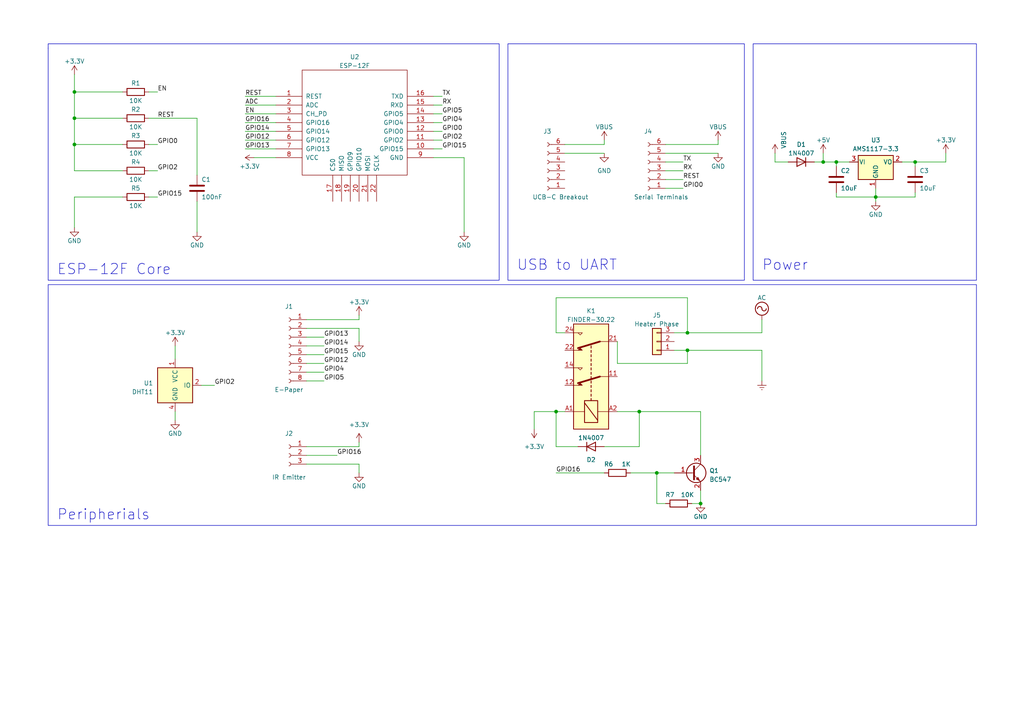
<source format=kicad_sch>
(kicad_sch (version 20220904) (generator eeschema)
  (paper "A4")
  (title_block (title "Temperature Controller") (date "2022-09-05") (rev "v2.0.0") (company "Pablo Ortiz"))
  (lib_symbols
    (symbol "1N4007_1" (pin_numbers hide) (pin_names hide)
      (property "Reference" "D" (at 0 2.54 0))
      (property "Value" "1N4007" (at 0 -2.54 0))
      (symbol "1N4007_1_0_1"
        (polyline (pts (xy -1.27 1.27) (xy -1.27 -1.27)) (stroke (width 0.254)))
        (polyline (pts (xy 1.27 0) (xy -1.27 0)))
        (polyline (pts (xy 1.27 1.27) (xy 1.27 -1.27) (xy -1.27 0) (xy 1.27 1.27)) (stroke (width 0.254)))
      )
      (symbol "1N4007_1_1_1"
        (pin passive line (at -3.81 0 0) (length 2.54) (name "K") (number "1"))
        (pin passive line (at 3.81 0 180) (length 2.54) (name "A") (number "2"))
      )
    )
    (symbol "BJT SMD:BC547" (pin_names (offset 0) hide)
      (property "Reference" "Q" (at 5.08 1.905 0))
      (property "Value" "BC547" (at 5.08 0 0))
      (symbol "BC547_0_1"
        (polyline (pts (xy 0 0) (xy 0.635 0)))
        (polyline (pts (xy 0.635 0.635) (xy 2.54 2.54)))
        (polyline (pts (xy 0.635 -0.635) (xy 2.54 -2.54) (xy 2.54 -2.54)))
        (polyline (pts (xy 0.635 1.905) (xy 0.635 -1.905) (xy 0.635 -1.905)) (stroke (width 0.508)))
        (polyline (pts (xy 1.27 -1.778) (xy 1.778 -1.27) (xy 2.286 -2.286) (xy 1.27 -1.778) (xy 1.27 -1.778)) (fill (type outline)))
        (circle (center 1.27 0) (radius 2.8194) (stroke (width 0.254)))
      )
      (symbol "BC547_1_1"
        (pin input line (at -5.08 0 0) (length 5.08) (name "B") (number "1"))
        (pin passive line (at 2.54 -5.08 90) (length 2.54) (name "E") (number "2"))
        (pin passive line (at 2.54 5.08 270) (length 2.54) (name "C") (number "3"))
      )
    )
    (symbol "Connector:Conn_01x03_Female" (pin_names (offset 1.016) hide)
      (property "Reference" "J" (at 0 5.08 0))
      (property "Value" "Conn_01x03_Female" (at 0 -5.08 0))
      (symbol "Conn_01x03_Female_1_1"
        (arc (start 0 -2.032) (mid -0.508 -2.54) (end 0 -3.048) (stroke (width 0.1524)))
        (polyline (pts (xy -1.27 -2.54) (xy -0.508 -2.54)) (stroke (width 0.1524)))
        (polyline (pts (xy -1.27 0) (xy -0.508 0)) (stroke (width 0.1524)))
        (polyline (pts (xy -1.27 2.54) (xy -0.508 2.54)) (stroke (width 0.1524)))
        (arc (start 0 0.508) (mid -0.508 0) (end 0 -0.508) (stroke (width 0.1524)))
        (arc (start 0 3.048) (mid -0.508 2.54) (end 0 2.032) (stroke (width 0.1524)))
        (pin passive line (at -5.08 2.54 0) (length 3.81) (name "Pin_1") (number "1"))
        (pin passive line (at -5.08 0 0) (length 3.81) (name "Pin_2") (number "2"))
        (pin passive line (at -5.08 -2.54 0) (length 3.81) (name "Pin_3") (number "3"))
      )
    )
    (symbol "Connector:Conn_01x06_Female" (pin_names (offset 1.016) hide)
      (property "Reference" "J" (at 0 7.62 0))
      (property "Value" "Conn_01x06_Female" (at 0 -10.16 0))
      (symbol "Conn_01x06_Female_1_1"
        (arc (start 0 -7.112) (mid -0.508 -7.62) (end 0 -8.128) (stroke (width 0.1524)))
        (arc (start 0 -4.572) (mid -0.508 -5.08) (end 0 -5.588) (stroke (width 0.1524)))
        (arc (start 0 -2.032) (mid -0.508 -2.54) (end 0 -3.048) (stroke (width 0.1524)))
        (polyline (pts (xy -1.27 -7.62) (xy -0.508 -7.62)) (stroke (width 0.1524)))
        (polyline (pts (xy -1.27 -5.08) (xy -0.508 -5.08)) (stroke (width 0.1524)))
        (polyline (pts (xy -1.27 -2.54) (xy -0.508 -2.54)) (stroke (width 0.1524)))
        (polyline (pts (xy -1.27 0) (xy -0.508 0)) (stroke (width 0.1524)))
        (polyline (pts (xy -1.27 2.54) (xy -0.508 2.54)) (stroke (width 0.1524)))
        (polyline (pts (xy -1.27 5.08) (xy -0.508 5.08)) (stroke (width 0.1524)))
        (arc (start 0 0.508) (mid -0.508 0) (end 0 -0.508) (stroke (width 0.1524)))
        (arc (start 0 3.048) (mid -0.508 2.54) (end 0 2.032) (stroke (width 0.1524)))
        (arc (start 0 5.588) (mid -0.508 5.08) (end 0 4.572) (stroke (width 0.1524)))
        (pin passive line (at -5.08 5.08 0) (length 3.81) (name "Pin_1") (number "1"))
        (pin passive line (at -5.08 2.54 0) (length 3.81) (name "Pin_2") (number "2"))
        (pin passive line (at -5.08 0 0) (length 3.81) (name "Pin_3") (number "3"))
        (pin passive line (at -5.08 -2.54 0) (length 3.81) (name "Pin_4") (number "4"))
        (pin passive line (at -5.08 -5.08 0) (length 3.81) (name "Pin_5") (number "5"))
        (pin passive line (at -5.08 -7.62 0) (length 3.81) (name "Pin_6") (number "6"))
      )
    )
    (symbol "Connector:Conn_01x08_Female" (pin_names (offset 1.016) hide)
      (property "Reference" "J" (at 0 10.16 0))
      (property "Value" "Conn_01x08_Female" (at 0 -12.7 0))
      (symbol "Conn_01x08_Female_1_1"
        (arc (start 0 -9.652) (mid -0.508 -10.16) (end 0 -10.668) (stroke (width 0.1524)))
        (arc (start 0 -7.112) (mid -0.508 -7.62) (end 0 -8.128) (stroke (width 0.1524)))
        (arc (start 0 -4.572) (mid -0.508 -5.08) (end 0 -5.588) (stroke (width 0.1524)))
        (arc (start 0 -2.032) (mid -0.508 -2.54) (end 0 -3.048) (stroke (width 0.1524)))
        (polyline (pts (xy -1.27 -10.16) (xy -0.508 -10.16)) (stroke (width 0.1524)))
        (polyline (pts (xy -1.27 -7.62) (xy -0.508 -7.62)) (stroke (width 0.1524)))
        (polyline (pts (xy -1.27 -5.08) (xy -0.508 -5.08)) (stroke (width 0.1524)))
        (polyline (pts (xy -1.27 -2.54) (xy -0.508 -2.54)) (stroke (width 0.1524)))
        (polyline (pts (xy -1.27 0) (xy -0.508 0)) (stroke (width 0.1524)))
        (polyline (pts (xy -1.27 2.54) (xy -0.508 2.54)) (stroke (width 0.1524)))
        (polyline (pts (xy -1.27 5.08) (xy -0.508 5.08)) (stroke (width 0.1524)))
        (polyline (pts (xy -1.27 7.62) (xy -0.508 7.62)) (stroke (width 0.1524)))
        (arc (start 0 0.508) (mid -0.508 0) (end 0 -0.508) (stroke (width 0.1524)))
        (arc (start 0 3.048) (mid -0.508 2.54) (end 0 2.032) (stroke (width 0.1524)))
        (arc (start 0 5.588) (mid -0.508 5.08) (end 0 4.572) (stroke (width 0.1524)))
        (arc (start 0 8.128) (mid -0.508 7.62) (end 0 7.112) (stroke (width 0.1524)))
        (pin passive line (at -5.08 7.62 0) (length 3.81) (name "Pin_1") (number "1"))
        (pin passive line (at -5.08 5.08 0) (length 3.81) (name "Pin_2") (number "2"))
        (pin passive line (at -5.08 2.54 0) (length 3.81) (name "Pin_3") (number "3"))
        (pin passive line (at -5.08 0 0) (length 3.81) (name "Pin_4") (number "4"))
        (pin passive line (at -5.08 -2.54 0) (length 3.81) (name "Pin_5") (number "5"))
        (pin passive line (at -5.08 -5.08 0) (length 3.81) (name "Pin_6") (number "6"))
        (pin passive line (at -5.08 -7.62 0) (length 3.81) (name "Pin_7") (number "7"))
        (pin passive line (at -5.08 -10.16 0) (length 3.81) (name "Pin_8") (number "8"))
      )
    )
    (symbol "Connector_Generic:Conn_01x03" (pin_names (offset 1.016) hide)
      (property "Reference" "J" (at 0 5.08 0))
      (property "Value" "Conn_01x03" (at 0 -5.08 0))
      (symbol "Conn_01x03_1_1"
        (rectangle (start -1.27 -2.413) (end 0 -2.667) (stroke (width 0.1524)))
        (rectangle (start -1.27 0.127) (end 0 -0.127) (stroke (width 0.1524)))
        (rectangle (start -1.27 2.667) (end 0 2.413) (stroke (width 0.1524)))
        (rectangle (start -1.27 3.81) (end 1.27 -3.81) (stroke (width 0.254)) (fill (type background)))
        (pin passive line (at -5.08 2.54 0) (length 3.81) (name "Pin_1") (number "1"))
        (pin passive line (at -5.08 0 0) (length 3.81) (name "Pin_2") (number "2"))
        (pin passive line (at -5.08 -2.54 0) (length 3.81) (name "Pin_3") (number "3"))
      )
    )
    (symbol "Device:C" (pin_numbers hide) (pin_names (offset 0.254))
      (property "Reference" "C" (at 0.635 2.54 0))
      (property "Value" "C" (at 0.635 -2.54 0))
      (symbol "C_0_1"
        (polyline (pts (xy -2.032 -0.762) (xy 2.032 -0.762)) (stroke (width 0.508)))
        (polyline (pts (xy -2.032 0.762) (xy 2.032 0.762)) (stroke (width 0.508)))
      )
      (symbol "C_1_1"
        (pin passive line (at 0 3.81 270) (length 2.794) (name "~") (number "1"))
        (pin passive line (at 0 -3.81 90) (length 2.794) (name "~") (number "2"))
      )
    )
    (symbol "Device:R" (pin_numbers hide) (pin_names (offset 0))
      (property "Reference" "R" (at 2.032 0 90))
      (property "Value" "R" (at 0 0 90))
      (symbol "R_0_1"
        (rectangle (start -1.016 -2.54) (end 1.016 2.54) (stroke (width 0.254)))
      )
      (symbol "R_1_1"
        (pin passive line (at 0 3.81 270) (length 1.27) (name "~") (number "1"))
        (pin passive line (at 0 -3.81 90) (length 1.27) (name "~") (number "2"))
      )
    )
    (symbol "Diode:1N4007" (pin_numbers hide) (pin_names (offset 1.016) hide)
      (property "Reference" "D" (at 0 2.54 0))
      (property "Value" "1N4007" (at 0 -2.54 0))
      (symbol "1N4007_0_1"
        (polyline (pts (xy -1.27 1.27) (xy -1.27 -1.27)) (stroke (width 0.254)))
        (polyline (pts (xy 1.27 0) (xy -1.27 0)))
        (polyline (pts (xy 1.27 1.27) (xy 1.27 -1.27) (xy -1.27 0) (xy 1.27 1.27)) (stroke (width 0.254)))
      )
      (symbol "1N4007_1_1"
        (pin passive line (at -3.81 0 0) (length 2.54) (name "K") (number "1"))
        (pin passive line (at 3.81 0 180) (length 2.54) (name "A") (number "2"))
      )
    )
    (symbol "ESP8266:ESP-12F" (pin_names (offset 1.016))
      (property "Reference" "U" (at 0 -2.54 0))
      (property "Value" "ESP-12F" (at 0 2.54 0))
      (symbol "ESP-12F_1_0"
        (rectangle (start -15.24 -15.24) (end 15.24 15.24))
      )
      (symbol "ESP-12F_1_1"
        (pin input line (at -22.86 7.62 0) (length 7.62) (name "REST") (number "1"))
        (pin bidirectional line (at 22.86 -7.62 180) (length 7.62) (name "GPIO15") (number "10"))
        (pin bidirectional line (at 22.86 -5.08 180) (length 7.62) (name "GPIO2") (number "11"))
        (pin bidirectional line (at 22.86 -2.54 180) (length 7.62) (name "GPIO0") (number "12"))
        (pin bidirectional line (at 22.86 0 180) (length 7.62) (name "GPIO4") (number "13"))
        (pin bidirectional line (at 22.86 2.54 180) (length 7.62) (name "GPIO5") (number "14"))
        (pin input line (at 22.86 5.08 180) (length 7.62) (name "RXD") (number "15"))
        (pin output line (at 22.86 7.62 180) (length 7.62) (name "TXD") (number "16"))
        (pin bidirectional line (at -6.35 -22.86 90) (length 7.62) (name "CS0") (number "17"))
        (pin bidirectional line (at -3.81 -22.86 90) (length 7.62) (name "MISO") (number "18"))
        (pin bidirectional line (at -1.27 -22.86 90) (length 7.62) (name "GPIO9") (number "19"))
        (pin passive line (at -22.86 5.08 0) (length 7.62) (name "ADC") (number "2"))
        (pin bidirectional line (at 1.27 -22.86 90) (length 7.62) (name "GPIO10") (number "20"))
        (pin bidirectional line (at 3.81 -22.86 90) (length 7.62) (name "MOSI") (number "21"))
        (pin bidirectional line (at 6.35 -22.86 90) (length 7.62) (name "SCLK") (number "22"))
        (pin input line (at -22.86 2.54 0) (length 7.62) (name "CH_PD") (number "3"))
        (pin bidirectional line (at -22.86 0 0) (length 7.62) (name "GPIO16") (number "4"))
        (pin bidirectional line (at -22.86 -2.54 0) (length 7.62) (name "GPIO14") (number "5"))
        (pin bidirectional line (at -22.86 -5.08 0) (length 7.62) (name "GPIO12") (number "6"))
        (pin bidirectional line (at -22.86 -7.62 0) (length 7.62) (name "GPIO13") (number "7"))
        (pin power_in line (at -22.86 -10.16 0) (length 7.62) (name "VCC") (number "8"))
        (pin power_in line (at 22.86 -10.16 180) (length 7.62) (name "GND") (number "9"))
      )
    )
    (symbol "Regulator_Linear:AMS1117-3.3" (pin_names (offset 0.254))
      (property "Reference" "U" (at -3.81 3.175 0))
      (property "Value" "AMS1117-3.3" (at 0 3.175 0))
      (symbol "AMS1117-3.3_0_1"
        (rectangle (start -5.08 -5.08) (end 5.08 1.905) (stroke (width 0.254)) (fill (type background)))
      )
      (symbol "AMS1117-3.3_1_1"
        (pin power_in line (at 0 -7.62 90) (length 2.54) (name "GND") (number "1"))
        (pin power_out line (at 7.62 0 180) (length 2.54) (name "VO") (number "2"))
        (pin power_in line (at -7.62 0 0) (length 2.54) (name "VI") (number "3"))
      )
    )
    (symbol "Relay:FINDER-30.22"
      (property "Reference" "K" (at 16.51 3.81 0))
      (property "Value" "FINDER-30.22" (at 16.51 1.27 0))
      (symbol "FINDER-30.22_0_0"
        (polyline (pts (xy -2.54 5.08) (xy -2.54 2.54) (xy -1.905 3.175) (xy -2.54 3.81)) (fill (type outline)))
        (polyline (pts (xy 2.54 5.08) (xy 2.54 2.54) (xy 1.905 3.175) (xy 2.54 3.81)))
        (polyline (pts (xy 7.62 5.08) (xy 7.62 2.54) (xy 8.255 3.175) (xy 7.62 3.81)) (fill (type outline)))
        (polyline (pts (xy 12.7 5.08) (xy 12.7 2.54) (xy 12.065 3.175) (xy 12.7 3.81)))
      )
      (symbol "FINDER-30.22_0_1"
        (rectangle (start -15.24 5.08) (end 15.24 -5.08) (stroke (width 0.254)) (fill (type background)))
        (rectangle (start -13.335 1.905) (end -6.985 -1.905) (stroke (width 0.254)))
        (polyline (pts (xy -12.7 -1.905) (xy -7.62 1.905)) (stroke (width 0.254)))
        (polyline (pts (xy -10.16 -5.08) (xy -10.16 -1.905)))
        (polyline (pts (xy -10.16 5.08) (xy -10.16 1.905)))
        (polyline (pts (xy -6.985 0) (xy -6.35 0)) (stroke (width 0.254)))
        (polyline (pts (xy -5.715 0) (xy -5.08 0)) (stroke (width 0.254)))
        (polyline (pts (xy -4.445 0) (xy -3.81 0)) (stroke (width 0.254)))
        (polyline (pts (xy -3.175 0) (xy -2.54 0)) (stroke (width 0.254)))
        (polyline (pts (xy -1.905 0) (xy -1.27 0)) (stroke (width 0.254)))
        (polyline (pts (xy -0.635 0) (xy 0 0)) (stroke (width 0.254)))
        (polyline (pts (xy 0 -2.54) (xy -1.905 3.81)) (stroke (width 0.508)))
        (polyline (pts (xy 0 -2.54) (xy 0 -5.08)))
        (polyline (pts (xy 0.635 0) (xy 1.27 0)) (stroke (width 0.254)))
        (polyline (pts (xy 1.905 0) (xy 2.54 0)) (stroke (width 0.254)))
        (polyline (pts (xy 3.175 0) (xy 3.81 0)) (stroke (width 0.254)))
        (polyline (pts (xy 4.445 0) (xy 5.08 0)) (stroke (width 0.254)))
        (polyline (pts (xy 5.715 0) (xy 6.35 0)) (stroke (width 0.254)))
        (polyline (pts (xy 6.985 0) (xy 7.62 0)) (stroke (width 0.254)))
        (polyline (pts (xy 8.255 0) (xy 8.89 0)) (stroke (width 0.254)))
        (polyline (pts (xy 10.16 -2.54) (xy 8.255 3.81)) (stroke (width 0.508)))
        (polyline (pts (xy 10.16 -2.54) (xy 10.16 -5.08)))
      )
      (symbol "FINDER-30.22_1_1"
        (pin passive line (at 0 -7.62 90) (length 2.54) (name "~") (number "11"))
        (pin passive line (at -2.54 7.62 270) (length 2.54) (name "~") (number "12"))
        (pin passive line (at 2.54 7.62 270) (length 2.54) (name "~") (number "14"))
        (pin passive line (at 10.16 -7.62 90) (length 2.54) (name "~") (number "21"))
        (pin passive line (at 7.62 7.62 270) (length 2.54) (name "~") (number "22"))
        (pin passive line (at 12.7 7.62 270) (length 2.54) (name "~") (number "24"))
        (pin passive line (at -10.16 7.62 270) (length 2.54) (name "~") (number "A1"))
        (pin passive line (at -10.16 -7.62 90) (length 2.54) (name "~") (number "A2"))
      )
    )
    (symbol "Sensor:DHT11"
      (property "Reference" "U" (at -3.81 6.35 0))
      (property "Value" "DHT11" (at 3.81 6.35 0))
      (symbol "DHT11_0_1"
        (rectangle (start -5.08 5.08) (end 5.08 -5.08) (stroke (width 0.254)) (fill (type background)))
      )
      (symbol "DHT11_1_1"
        (pin power_in line (at 0 7.62 270) (length 2.54) (name "VCC") (number "1"))
        (pin bidirectional line (at 7.62 0 180) (length 2.54) (name "IO") (number "2"))
        (pin no_connect line (at -5.08 0 0) (length 2.54) hide (name "NC") (number "3"))
        (pin power_in line (at 0 -7.62 90) (length 2.54) (name "GND") (number "4"))
      )
    )
    (symbol "power:+3.3V" (power) (pin_names (offset 0))
      (property "Value" "+3.3V" (at 0 3.556 0))
      (symbol "+3.3V_0_1"
        (polyline (pts (xy -0.762 1.27) (xy 0 2.54)))
        (polyline (pts (xy 0 0) (xy 0 2.54)))
        (polyline (pts (xy 0 2.54) (xy 0.762 1.27)))
      )
      (symbol "+3.3V_1_1"
        (pin power_in line (at 0 0 90) (length 0) hide (name "+3.3V") (number "1"))
      )
    )
    (symbol "power:+5V" (power) (pin_names (offset 0))
      (property "Value" "+5V" (at 0 3.556 0))
      (symbol "+5V_0_1"
        (polyline (pts (xy -0.762 1.27) (xy 0 2.54)))
        (polyline (pts (xy 0 0) (xy 0 2.54)))
        (polyline (pts (xy 0 2.54) (xy 0.762 1.27)))
      )
      (symbol "+5V_1_1"
        (pin power_in line (at 0 0 90) (length 0) hide (name "+5V") (number "1"))
      )
    )
    (symbol "power:AC" (power) (pin_names (offset 0))
      (property "Value" "AC" (at 0 6.35 0))
      (symbol "AC_0_1"
        (polyline (pts (xy 0 0) (xy 0 1.27)))
        (arc (start 0 3.175) (mid -0.635 3.81) (end -1.27 3.175) (stroke (width 0.254)))
        (arc (start 0 3.175) (mid 0.635 2.54) (end 1.27 3.175) (stroke (width 0.254)))
        (circle (center 0 3.175) (radius 1.905) (stroke (width 0.254)))
      )
      (symbol "AC_1_1"
        (pin power_in line (at 0 0 90) (length 0) hide (name "AC") (number "1"))
      )
    )
    (symbol "power:Earth" (power) (pin_names (offset 0))
      (symbol "Earth_0_1"
        (polyline (pts (xy -0.635 -1.905) (xy 0.635 -1.905)))
        (polyline (pts (xy -0.127 -2.54) (xy 0.127 -2.54)))
        (polyline (pts (xy 0 -1.27) (xy 0 0)))
        (polyline (pts (xy 1.27 -1.27) (xy -1.27 -1.27)))
      )
      (symbol "Earth_1_1"
        (pin power_in line (at 0 0 270) (length 0) hide (name "Earth") (number "1"))
      )
    )
    (symbol "power:GND" (power) (pin_names (offset 0))
      (property "Value" "GND" (at 0 -3.81 0))
      (symbol "GND_0_1"
        (polyline (pts (xy 0 0) (xy 0 -1.27) (xy 1.27 -1.27) (xy 0 -2.54) (xy -1.27 -1.27) (xy 0 -1.27)))
      )
      (symbol "GND_1_1"
        (pin power_in line (at 0 0 270) (length 0) hide (name "GND") (number "1"))
      )
    )
    (symbol "power:VBUS" (power) (pin_names (offset 0))
      (property "Value" "VBUS" (at 0 3.81 0))
      (symbol "VBUS_0_1"
        (polyline (pts (xy -0.762 1.27) (xy 0 2.54)))
        (polyline (pts (xy 0 0) (xy 0 2.54)))
        (polyline (pts (xy 0 2.54) (xy 0.762 1.27)))
      )
      (symbol "VBUS_1_1"
        (pin power_in line (at 0 0 90) (length 0) hide (name "VBUS") (number "1"))
      )
    )
  )
  (junction (at 242.57 46.99))
  (junction (at 21.59 26.67))
  (junction (at 199.39 101.6))
  (junction (at 190.5 137.16))
  (junction (at 238.76 46.99))
  (junction (at 185.42 119.38))
  (junction (at 265.43 46.99))
  (junction (at 21.59 41.91))
  (junction (at 254 57.15))
  (junction (at 203.2 146.05))
  (junction (at 21.59 34.29))
  (junction (at 199.39 96.52))
  (junction (at 161.29 119.38))
  (wire (pts (xy 45.72 26.67) (xy 43.18 26.67)))
  (wire (pts (xy 220.98 96.52) (xy 199.39 96.52)))
  (wire (pts (xy 242.57 46.99) (xy 238.76 46.99)))
  (wire (pts (xy 265.43 57.15) (xy 265.43 55.88)))
  (wire (pts (xy 193.04 46.99) (xy 198.12 46.99)))
  (wire (pts (xy 274.32 46.99) (xy 274.32 44.45)))
  (wire (pts (xy 35.56 41.91) (xy 21.59 41.91)))
  (wire (pts (xy 179.07 99.06) (xy 179.07 105.41)))
  (wire (pts (xy 71.12 38.1) (xy 80.01 38.1)))
  (wire (pts (xy 21.59 21.59) (xy 21.59 26.67)))
  (wire (pts (xy 71.12 27.94) (xy 80.01 27.94)))
  (wire (pts (xy 254 57.15) (xy 254 58.42)))
  (wire (pts (xy 199.39 105.41) (xy 199.39 101.6)))
  (wire (pts (xy 88.9 129.54) (xy 104.14 129.54)))
  (wire (pts (xy 182.88 137.16) (xy 190.5 137.16)))
  (wire (pts (xy 193.04 52.07) (xy 198.12 52.07)))
  (wire (pts (xy 134.62 67.31) (xy 134.62 45.72)))
  (wire (pts (xy 163.83 44.45) (xy 175.26 44.45)))
  (wire (pts (xy 128.27 27.94) (xy 125.73 27.94)))
  (wire (pts (xy 193.04 54.61) (xy 198.12 54.61)))
  (wire (pts (xy 161.29 119.38) (xy 161.29 129.54)))
  (wire (pts (xy 265.43 46.99) (xy 261.62 46.99)))
  (wire (pts (xy 190.5 137.16) (xy 195.58 137.16)))
  (wire (pts (xy 242.57 57.15) (xy 254 57.15)))
  (wire (pts (xy 104.14 91.44) (xy 104.14 92.71)))
  (wire (pts (xy 35.56 57.15) (xy 21.59 57.15)))
  (wire (pts (xy 190.5 137.16) (xy 190.5 146.05)))
  (wire (pts (xy 224.79 44.45) (xy 224.79 46.99)))
  (wire (pts (xy 45.72 49.53) (xy 43.18 49.53)))
  (wire (pts (xy 200.66 146.05) (xy 203.2 146.05)))
  (wire (pts (xy 161.29 137.16) (xy 175.26 137.16)))
  (wire (pts (xy 208.28 41.91) (xy 208.28 40.64)))
  (wire (pts (xy 104.14 95.25) (xy 88.9 95.25)))
  (wire (pts (xy 88.9 100.33) (xy 93.98 100.33)))
  (wire (pts (xy 193.04 41.91) (xy 208.28 41.91)))
  (wire (pts (xy 45.72 41.91) (xy 43.18 41.91)))
  (wire (pts (xy 88.9 132.08) (xy 97.79 132.08)))
  (wire (pts (xy 57.15 58.42) (xy 57.15 67.31)))
  (wire (pts (xy 193.04 44.45) (xy 208.28 44.45)))
  (wire (pts (xy 242.57 55.88) (xy 242.57 57.15)))
  (wire (pts (xy 185.42 119.38) (xy 203.2 119.38)))
  (wire (pts (xy 88.9 110.49) (xy 93.98 110.49)))
  (wire (pts (xy 195.58 101.6) (xy 199.39 101.6)))
  (wire (pts (xy 35.56 34.29) (xy 21.59 34.29)))
  (wire (pts (xy 254 57.15) (xy 265.43 57.15)))
  (wire (pts (xy 35.56 49.53) (xy 21.59 49.53)))
  (wire (pts (xy 199.39 86.36) (xy 161.29 86.36)))
  (wire (pts (xy 128.27 33.02) (xy 125.73 33.02)))
  (wire (pts (xy 88.9 107.95) (xy 93.98 107.95)))
  (wire (pts (xy 128.27 35.56) (xy 125.73 35.56)))
  (wire (pts (xy 236.22 46.99) (xy 238.76 46.99)))
  (wire (pts (xy 125.73 45.72) (xy 134.62 45.72)))
  (wire (pts (xy 104.14 137.16) (xy 104.14 134.62)))
  (wire (pts (xy 199.39 101.6) (xy 220.98 101.6)))
  (wire (pts (xy 220.98 101.6) (xy 220.98 110.49)))
  (wire (pts (xy 254 54.61) (xy 254 57.15)))
  (wire (pts (xy 265.43 46.99) (xy 265.43 48.26)))
  (wire (pts (xy 128.27 30.48) (xy 125.73 30.48)))
  (wire (pts (xy 88.9 105.41) (xy 93.98 105.41)))
  (wire (pts (xy 246.38 46.99) (xy 242.57 46.99)))
  (wire (pts (xy 21.59 34.29) (xy 21.59 41.91)))
  (wire (pts (xy 265.43 46.99) (xy 274.32 46.99)))
  (wire (pts (xy 104.14 95.25) (xy 104.14 99.06)))
  (wire (pts (xy 71.12 33.02) (xy 80.01 33.02)))
  (wire (pts (xy 88.9 97.79) (xy 93.98 97.79)))
  (wire (pts (xy 21.59 26.67) (xy 21.59 34.29)))
  (wire (pts (xy 161.29 86.36) (xy 161.29 96.52)))
  (wire (pts (xy 88.9 134.62) (xy 104.14 134.62)))
  (wire (pts (xy 104.14 129.54) (xy 104.14 128.27)))
  (wire (pts (xy 220.98 96.52) (xy 220.98 92.71)))
  (wire (pts (xy 43.18 34.29) (xy 57.15 34.29)))
  (wire (pts (xy 179.07 119.38) (xy 185.42 119.38)))
  (wire (pts (xy 190.5 146.05) (xy 193.04 146.05)))
  (wire (pts (xy 50.8 119.38) (xy 50.8 121.92)))
  (wire (pts (xy 21.59 41.91) (xy 21.59 49.53)))
  (wire (pts (xy 71.12 40.64) (xy 80.01 40.64)))
  (wire (pts (xy 224.79 46.99) (xy 228.6 46.99)))
  (wire (pts (xy 185.42 129.54) (xy 185.42 119.38)))
  (wire (pts (xy 125.73 38.1) (xy 128.27 38.1)))
  (wire (pts (xy 203.2 119.38) (xy 203.2 132.08)))
  (wire (pts (xy 154.94 119.38) (xy 161.29 119.38)))
  (wire (pts (xy 161.29 96.52) (xy 163.83 96.52)))
  (wire (pts (xy 35.56 26.67) (xy 21.59 26.67)))
  (wire (pts (xy 242.57 46.99) (xy 242.57 48.26)))
  (wire (pts (xy 161.29 129.54) (xy 167.64 129.54)))
  (wire (pts (xy 88.9 102.87) (xy 93.98 102.87)))
  (wire (pts (xy 71.12 30.48) (xy 80.01 30.48)))
  (wire (pts (xy 199.39 96.52) (xy 199.39 86.36)))
  (wire (pts (xy 125.73 43.18) (xy 128.27 43.18)))
  (wire (pts (xy 128.27 40.64) (xy 125.73 40.64)))
  (wire (pts (xy 45.72 57.15) (xy 43.18 57.15)))
  (wire (pts (xy 50.8 100.33) (xy 50.8 104.14)))
  (wire (pts (xy 203.2 142.24) (xy 203.2 146.05)))
  (wire (pts (xy 238.76 46.99) (xy 238.76 44.45)))
  (wire (pts (xy 179.07 105.41) (xy 199.39 105.41)))
  (wire (pts (xy 199.39 96.52) (xy 195.58 96.52)))
  (wire (pts (xy 57.15 50.8) (xy 57.15 34.29)))
  (wire (pts (xy 73.66 45.72) (xy 80.01 45.72)))
  (wire (pts (xy 71.12 35.56) (xy 80.01 35.56)))
  (wire (pts (xy 104.14 92.71) (xy 88.9 92.71)))
  (wire (pts (xy 154.94 124.46) (xy 154.94 119.38)))
  (wire (pts (xy 58.42 111.76) (xy 62.23 111.76)))
  (wire (pts (xy 21.59 57.15) (xy 21.59 66.04)))
  (wire (pts (xy 161.29 119.38) (xy 163.83 119.38)))
  (wire (pts (xy 175.26 41.91) (xy 163.83 41.91)))
  (wire (pts (xy 193.04 49.53) (xy 198.12 49.53)))
  (wire (pts (xy 71.12 43.18) (xy 80.01 43.18)))
  (wire (pts (xy 175.26 129.54) (xy 185.42 129.54)))
  (wire (pts (xy 175.26 40.64) (xy 175.26 41.91)))
  (rectangle (start 13.97 13.97) (end 13.97 13.97))
  (rectangle (start 13.97 12.7) (end 144.78 81.28))
  (rectangle (start 147.32 12.7) (end 215.9 81.28))
  (rectangle (start 13.97 13.97) (end 13.97 13.97))
  (rectangle (start 13.97 82.55) (end 283.21 152.4))
  (rectangle (start 218.44 12.7) (end 283.21 81.28))
  (text "Peripherials\n" (at 16.51 151.13 0) (effects (font (size 3 3)) (justify left bottom)))
  (text "USB to UART" (at 149.86 78.74 0) (effects (font (size 3 3)) (justify left bottom)))
  (text "Power" (at 220.98 78.74 0) (effects (font (size 3 3)) (justify left bottom)))
  (text "ESP-12F Core" (at 16.51 80.01 0) (effects (font (size 3 3)) (justify left bottom)))
  (label "GPIO12" (at 71.12 40.64 0))
  (label "GPIO4" (at 128.27 35.56 0))
  (label "GPIO16" (at 71.12 35.56 0))
  (label "GPIO16" (at 97.79 132.08 0))
  (label "GPIO0" (at 198.12 54.61 0))
  (label "GPIO0" (at 128.27 38.1 0))
  (label "TX" (at 128.27 27.94 0))
  (label "GPIO15" (at 128.27 43.18 0))
  (label "GPIO0" (at 45.72 41.91 0))
  (label "GPIO16" (at 161.29 137.16 0))
  (label "GPIO15" (at 45.72 57.15 0))
  (label "GPIO13" (at 71.12 43.18 0))
  (label "ADC" (at 71.12 30.48 0))
  (label "GPIO12" (at 93.98 105.41 0))
  (label "GPIO5" (at 128.27 33.02 0))
  (label "GPIO15" (at 93.98 102.87 0))
  (label "GPIO2" (at 62.23 111.76 0))
  (label "RX" (at 198.12 49.53 0))
  (label "REST" (at 198.12 52.07 0))
  (label "GPIO2" (at 45.72 49.53 0))
  (label "GPIO14" (at 93.98 100.33 0))
  (label "EN" (at 71.12 33.02 0))
  (label "GPIO5" (at 93.98 110.49 0))
  (label "RX" (at 128.27 30.48 0))
  (label "GPIO14" (at 71.12 38.1 0))
  (label "GPIO2" (at 128.27 40.64 0))
  (label "TX" (at 198.12 46.99 0))
  (label "GPIO4" (at 93.98 107.95 0))
  (label "EN" (at 45.72 26.67 0))
  (label "REST" (at 71.12 27.94 0))
  (label "REST" (at 45.72 34.29 0))
  (label "GPIO13" (at 93.98 97.79 0))
  (symbol (lib_name "1N4007_1") (lib_id "Diode:1N4007") (at 171.45 129.54 0) (unit 1)
    (default_instance (reference "D2") (unit 1) (value "1N4007") (footprint "Diode_SMD:D_SMA_Handsoldering"))
    (property "Reference" "D2" (at 171.45 133.35 0))
    (property "Value" "1N4007" (at 171.45 127 0))
    (property "Footprint" "Diode_SMD:D_SMA_Handsoldering" (effects hide))
    (property "Datasheet" "http://www.vishay.com/docs/88503/1n4001.pdf" (effects hide))
  )
  (symbol (lib_id "power:+5V") (at 238.76 44.45 0) (unit 1)
    (default_instance (reference "#PWR?") (unit 1) (value "+5V") (footprint ""))
    (property "Reference" "#PWR03" (effects hide))
    (property "Value" "+5V" (at 238.76 40.64 0))
  )
  (symbol (lib_id "power:+3.3V") (at 104.14 128.27 0) (unit 1)
    (default_instance (reference "#PWR?") (unit 1) (value "+3.3V") (footprint ""))
    (property "Reference" "#PWR0107" (effects hide))
    (property "Value" "+3.3V" (at 104.14 123.19 0))
  )
  (symbol (lib_id "ESP8266:ESP-12F") (at 102.87 35.56 0) (unit 1)
    (default_instance (reference "U1") (unit 1) (value "ESP-12F") (footprint ""))
    (property "Reference" "U2" (at 102.87 16.51 0))
    (property "Value" "ESP-12F" (at 102.87 19.05 0))
    (property "Footprint" "Custom:ESP-12E_SMD" (effects hide))
    (property "Datasheet" "http://l0l.org.uk/2014/12/esp8266-modules-hardware-guide-gotta-catch-em-all/" (effects hide))
  )
  (symbol (lib_id "Device:R") (at 196.85 146.05 270) (unit 1)
    (default_instance (reference "R1") (unit 1) (value "10K") (footprint ""))
    (property "Reference" "R7" (at 194.31 143.51 90))
    (property "Value" "10K" (at 199.39 143.51 90))
    (property "Footprint" "Resistor_SMD:R_1206_3216Metric_Pad1.30x1.75mm_HandSolder" (effects hide))
  )
  (symbol (lib_id "Connector:Conn_01x06_Female") (at 187.96 49.53 180) (unit 1)
    (default_instance (reference "J2") (unit 1) (value "UCB-C Breakout") (footprint ""))
    (property "Reference" "J4" (at 187.96 38.1 0))
    (property "Value" "Serial Terminals" (at 191.77 57.15 0))
    (property "Footprint" "Connector_JST:JST_PH_B6B-PH-K_1x06_P2.00mm_Vertical" (effects hide))
  )
  (symbol (lib_id "power:+3.3V") (at 50.8 100.33 0) (unit 1)
    (default_instance (reference "#PWR?") (unit 1) (value "+3.3V") (footprint ""))
    (property "Reference" "#PWR015" (effects hide))
    (property "Value" "+3.3V" (at 50.8 96.52 0))
  )
  (symbol (lib_id "power:VBUS") (at 208.28 40.64 0) (unit 1)
    (default_instance (reference "#PWR?") (unit 1) (value "VBUS") (footprint ""))
    (property "Reference" "#PWR0106" (effects hide))
    (property "Value" "VBUS" (at 205.74 36.83 0) (effects (justify left)))
  )
  (symbol (lib_id "power:+3.3V") (at 154.94 124.46 180) (unit 1)
    (default_instance (reference "#PWR0102") (unit 1) (value "+3.3V") (footprint ""))
    (property "Reference" "#PWR0102" (effects hide))
    (property "Value" "+3.3V" (at 154.94 129.54 0))
  )
  (symbol (lib_id "Connector:Conn_01x06_Female") (at 158.75 49.53 180) (unit 1)
    (default_instance (reference "J2") (unit 1) (value "UCB-C Breakout") (footprint ""))
    (property "Reference" "J3" (at 158.75 38.1 0))
    (property "Value" "UCB-C Breakout" (at 162.56 57.15 0))
    (property "Footprint" "Custom:USB-C Breakout" (effects hide))
  )
  (symbol (lib_id "power:GND") (at 104.14 137.16 0) (unit 1)
    (default_instance (reference "#PWR?") (unit 1) (value "GND") (footprint ""))
    (property "Reference" "#PWR011" (effects hide))
    (property "Value" "GND" (at 104.14 140.97 0))
  )
  (symbol (lib_id "Connector:Conn_01x03_Female") (at 83.82 132.08 0) (mirror y) (unit 1)
    (default_instance (reference "J2") (unit 1) (value "UCB-C Breakout") (footprint ""))
    (property "Reference" "J2" (at 83.82 125.73 0))
    (property "Value" "IR Emitter" (at 83.82 138.43 0))
    (property "Footprint" "Connector_JST:JST_PH_B3B-PH-K_1x03_P2.00mm_Vertical" (effects hide))
  )
  (symbol (lib_id "Device:C") (at 242.57 52.07 0) (unit 1)
    (default_instance (reference "C1") (unit 1) (value "10uF") (footprint ""))
    (property "Reference" "C2" (at 243.84 49.53 0) (effects (justify left)))
    (property "Value" "10uF" (at 243.84 54.61 0) (effects (justify left)))
    (property "Footprint" "Capacitor_SMD:C_1210_3225Metric_Pad1.33x2.70mm_HandSolder" (effects hide))
  )
  (symbol (lib_id "power:GND") (at 21.59 66.04 0) (unit 1)
    (default_instance (reference "#PWR?") (unit 1) (value "GND") (footprint ""))
    (property "Reference" "#PWR02" (effects hide))
    (property "Value" "GND" (at 21.59 69.85 0))
  )
  (symbol (lib_id "Connector_Generic:Conn_01x03") (at 190.5 99.06 180) (unit 1)
    (default_instance (reference "J3") (unit 1) (value "Conn_01x03") (footprint ""))
    (property "Reference" "J5" (at 190.5 91.44 0))
    (property "Value" "Heater Phase" (at 190.5 93.98 0))
    (property "Footprint" "TerminalBlock:TerminalBlock_bornier-3_P5.08mm" (effects hide))
  )
  (symbol (lib_id "power:GND") (at 175.26 44.45 0) (unit 1)
    (default_instance (reference "#PWR?") (unit 1) (value "GND") (footprint ""))
    (property "Reference" "#PWR017" (effects hide))
    (property "Value" "GND" (at 175.26 49.53 0))
  )
  (symbol (lib_id "power:VBUS") (at 175.26 40.64 0) (unit 1)
    (default_instance (reference "#PWR?") (unit 1) (value "VBUS") (footprint ""))
    (property "Reference" "#PWR018" (effects hide))
    (property "Value" "VBUS" (at 172.72 36.83 0) (effects (justify left)))
  )
  (symbol (lib_id "power:Earth") (at 220.98 110.49 0) (unit 1)
    (default_instance (reference "#PWR?") (unit 1) (value "Earth") (footprint ""))
    (property "Reference" "#PWR0105" (effects hide))
    (property "Value" "Earth" (effects hide))
  )
  (symbol (lib_id "power:+3.3V") (at 274.32 44.45 0) (unit 1)
    (default_instance (reference "#PWR?") (unit 1) (value "+3.3V") (footprint ""))
    (property "Reference" "#PWR06" (effects hide))
    (property "Value" "+3.3V" (at 274.32 40.64 0))
  )
  (symbol (lib_id "Device:R") (at 179.07 137.16 270) (unit 1)
    (default_instance (reference "R1") (unit 1) (value "10K") (footprint ""))
    (property "Reference" "R6" (at 176.53 134.62 90))
    (property "Value" "1K" (at 181.61 134.62 90))
    (property "Footprint" "Resistor_SMD:R_1206_3216Metric_Pad1.30x1.75mm_HandSolder" (effects hide))
  )
  (symbol (lib_id "Diode:1N4007") (at 232.41 46.99 180) (unit 1)
    (default_instance (reference "D1") (unit 1) (value "1N4007") (footprint "Diode_THT:D_DO-41_SOD81_P10.16mm_Horizontal"))
    (property "Reference" "D1" (at 232.41 41.91 0))
    (property "Value" "1N4007" (at 232.41 44.45 0))
    (property "Footprint" "Diode_SMD:D_SMA_Handsoldering" (effects hide))
    (property "Datasheet" "http://www.vishay.com/docs/88503/1n4001.pdf" (effects hide))
  )
  (symbol (lib_id "Device:R") (at 39.37 26.67 90) (unit 1)
    (default_instance (reference "R1") (unit 1) (value "10K") (footprint ""))
    (property "Reference" "R1" (at 39.37 24.13 90))
    (property "Value" "10K" (at 39.37 29.21 90))
    (property "Footprint" "Resistor_SMD:R_1206_3216Metric_Pad1.30x1.75mm_HandSolder" (effects hide))
  )
  (symbol (lib_id "Device:R") (at 39.37 57.15 90) (unit 1)
    (default_instance (reference "R1") (unit 1) (value "10K") (footprint ""))
    (property "Reference" "R5" (at 39.37 54.61 90))
    (property "Value" "10K" (at 39.37 59.69 90))
    (property "Footprint" "Resistor_SMD:R_1206_3216Metric_Pad1.30x1.75mm_HandSolder" (effects hide))
  )
  (symbol (lib_id "power:GND") (at 134.62 67.31 0) (unit 1)
    (default_instance (reference "#PWR?") (unit 1) (value "GND") (footprint ""))
    (property "Reference" "#PWR014" (effects hide))
    (property "Value" "GND" (at 134.62 71.12 0))
  )
  (symbol (lib_id "power:GND") (at 50.8 121.92 0) (unit 1)
    (default_instance (reference "#PWR?") (unit 1) (value "GND") (footprint ""))
    (property "Reference" "#PWR016" (effects hide))
    (property "Value" "GND" (at 50.8 125.73 0))
  )
  (symbol (lib_id "Connector:Conn_01x08_Female") (at 83.82 100.33 0) (mirror y) (unit 1)
    (default_instance (reference "J2") (unit 1) (value "UCB-C Breakout") (footprint ""))
    (property "Reference" "J1" (at 83.82 88.9 0))
    (property "Value" "E-Paper" (at 83.82 113.03 0))
    (property "Footprint" "Connector_JST:JST_PH_B8B-PH-K_1x08_P2.00mm_Vertical" (effects hide))
  )
  (symbol (lib_id "Device:R") (at 39.37 34.29 90) (unit 1)
    (default_instance (reference "R1") (unit 1) (value "10K") (footprint ""))
    (property "Reference" "R2" (at 39.37 31.75 90))
    (property "Value" "10K" (at 39.37 36.83 90))
    (property "Footprint" "Resistor_SMD:R_1206_3216Metric_Pad1.30x1.75mm_HandSolder" (effects hide))
  )
  (symbol (lib_id "power:GND") (at 104.14 99.06 0) (unit 1)
    (default_instance (reference "#PWR?") (unit 1) (value "GND") (footprint ""))
    (property "Reference" "#PWR0108" (effects hide))
    (property "Value" "GND" (at 104.14 102.87 0))
  )
  (symbol (lib_id "Device:R") (at 39.37 49.53 90) (unit 1)
    (default_instance (reference "R1") (unit 1) (value "10K") (footprint ""))
    (property "Reference" "R4" (at 39.37 46.99 90))
    (property "Value" "10K" (at 39.37 52.07 90))
    (property "Footprint" "Resistor_SMD:R_1206_3216Metric_Pad1.30x1.75mm_HandSolder" (effects hide))
  )
  (symbol (lib_id "Regulator_Linear:AMS1117-3.3") (at 254 46.99 0) (unit 1)
    (default_instance (reference "U2") (unit 1) (value "AMS1117-3.3") (footprint "Package_TO_SOT_SMD:SOT-223-3_TabPin2"))
    (property "Reference" "U3" (at 254 40.64 0))
    (property "Value" "AMS1117-3.3" (at 254 43.18 0))
    (property "Footprint" "Package_TO_SOT_SMD:SOT-223-3_TabPin2" (effects hide))
    (property "Datasheet" "http://www.advanced-monolithic.com/pdf/ds1117.pdf" (effects hide))
  )
  (symbol (lib_id "Device:R") (at 39.37 41.91 90) (unit 1)
    (default_instance (reference "R1") (unit 1) (value "10K") (footprint ""))
    (property "Reference" "R3" (at 39.37 39.37 90))
    (property "Value" "10K" (at 39.37 44.45 90))
    (property "Footprint" "Resistor_SMD:R_1206_3216Metric_Pad1.30x1.75mm_HandSolder" (effects hide))
  )
  (symbol (lib_id "Device:C") (at 265.43 52.07 0) (unit 1)
    (default_instance (reference "C1") (unit 1) (value "10uF") (footprint ""))
    (property "Reference" "C3" (at 266.7 49.53 0) (effects (justify left)))
    (property "Value" "10uF" (at 266.7 54.61 0) (effects (justify left)))
    (property "Footprint" "Capacitor_SMD:C_1210_3225Metric_Pad1.33x2.70mm_HandSolder" (effects hide))
  )
  (symbol (lib_id "power:+3.3V") (at 21.59 21.59 0) (unit 1)
    (default_instance (reference "#PWR?") (unit 1) (value "+3.3V") (footprint ""))
    (property "Reference" "#PWR01" (effects hide))
    (property "Value" "+3.3V" (at 21.59 17.78 0))
  )
  (symbol (lib_id "Sensor:DHT11") (at 50.8 111.76 0) (unit 1)
    (default_instance (reference "U5") (unit 1) (value "DHT11") (footprint "Sensor:Aosong_DHT11_5.5x12.0_P2.54mm"))
    (property "Reference" "U1" (at 44.45 111.125 0) (effects (justify right)))
    (property "Value" "DHT11" (at 44.45 113.665 0) (effects (justify right)))
    (property "Footprint" "Sensor:Aosong_DHT11_5.5x12.0_P2.54mm" (effects hide))
    (property "Datasheet" "http://akizukidenshi.com/download/ds/aosong/DHT11.pdf" (effects hide))
  )
  (symbol (lib_id "Device:C") (at 57.15 54.61 0) (unit 1)
    (default_instance (reference "C1") (unit 1) (value "10uF") (footprint ""))
    (property "Reference" "C1" (at 58.42 52.07 0) (effects (justify left)))
    (property "Value" "100nF" (at 58.42 57.15 0) (effects (justify left)))
    (property "Footprint" "Capacitor_SMD:C_1210_3225Metric_Pad1.33x2.70mm_HandSolder" (effects hide))
  )
  (symbol (lib_id "power:GND") (at 208.28 44.45 0) (unit 1)
    (default_instance (reference "#PWR?") (unit 1) (value "GND") (footprint ""))
    (property "Reference" "#PWR021" (effects hide))
    (property "Value" "GND" (at 208.28 48.26 0))
  )
  (symbol (lib_id "BJT SMD:BC547") (at 200.66 137.16 0) (unit 1)
    (default_instance (reference "Q3") (unit 1) (value "BC547") (footprint "Package_TO_SOT_THT:TO-92_Inline"))
    (property "Reference" "Q1" (at 205.74 136.525 0) (effects (justify left)))
    (property "Value" "BC547" (at 205.74 139.065 0) (effects (justify left)))
    (property "Footprint" "Package_TO_SOT_SMD:SOT-23" (effects hide))
    (property "Datasheet" "https://www.onsemi.com/pub/Collateral/BC550-D.pdf" (effects hide))
  )
  (symbol (lib_id "power:GND") (at 203.2 146.05 0) (unit 1)
    (default_instance (reference "#PWR?") (unit 1) (value "GND") (footprint ""))
    (property "Reference" "#PWR0103" (effects hide))
    (property "Value" "GND" (at 203.2 149.86 0))
  )
  (symbol (lib_id "power:+3.3V") (at 73.66 45.72 90) (unit 1)
    (default_instance (reference "#PWR?") (unit 1) (value "+3.3V") (footprint ""))
    (property "Reference" "#PWR08" (effects hide))
    (property "Value" "+3.3V" (at 72.39 48.26 90))
  )
  (symbol (lib_id "power:AC") (at 220.98 92.71 0) (unit 1)
    (default_instance (reference "#PWR?") (unit 1) (value "AC") (footprint ""))
    (property "Reference" "#PWR0104" (effects hide))
    (property "Value" "AC" (at 220.98 86.36 0))
  )
  (symbol (lib_id "power:VBUS") (at 224.79 44.45 0) (unit 1)
    (default_instance (reference "#PWR?") (unit 1) (value "VBUS") (footprint ""))
    (property "Reference" "#PWR0101" (effects hide))
    (property "Value" "VBUS" (at 227.33 43.18 90) (effects (justify left)))
  )
  (symbol (lib_id "power:GND") (at 254 58.42 0) (unit 1)
    (default_instance (reference "#PWR?") (unit 1) (value "GND") (footprint ""))
    (property "Reference" "#PWR04" (effects hide))
    (property "Value" "GND" (at 254 62.23 0))
  )
  (symbol (lib_id "power:+3.3V") (at 104.14 91.44 0) (unit 1)
    (default_instance (reference "#PWR?") (unit 1) (value "+3.3V") (footprint ""))
    (property "Reference" "#PWR010" (effects hide))
    (property "Value" "+3.3V" (at 104.14 87.63 0))
  )
  (symbol (lib_id "Relay:FINDER-30.22") (at 171.45 109.22 90) (unit 1)
    (default_instance (reference "K1") (unit 1) (value "FINDER-30.22") (footprint "Relay_THT:Relay_DPDT_Finder_30.22"))
    (property "Reference" "K1" (at 171.45 90.17 90))
    (property "Value" "FINDER-30.22" (at 171.45 92.71 90))
    (property "Footprint" "Relay_THT:Relay_DPDT_Finder_30.22" (effects hide))
    (property "Datasheet" "http://gfinder.findernet.com/assets/Series/354/S30EN.pdf" (effects hide))
  )
  (symbol (lib_id "power:GND") (at 57.15 67.31 0) (unit 1)
    (default_instance (reference "#PWR?") (unit 1) (value "GND") (footprint ""))
    (property "Reference" "#PWR05" (effects hide))
    (property "Value" "GND" (at 57.15 71.12 0))
  )
)
</source>
